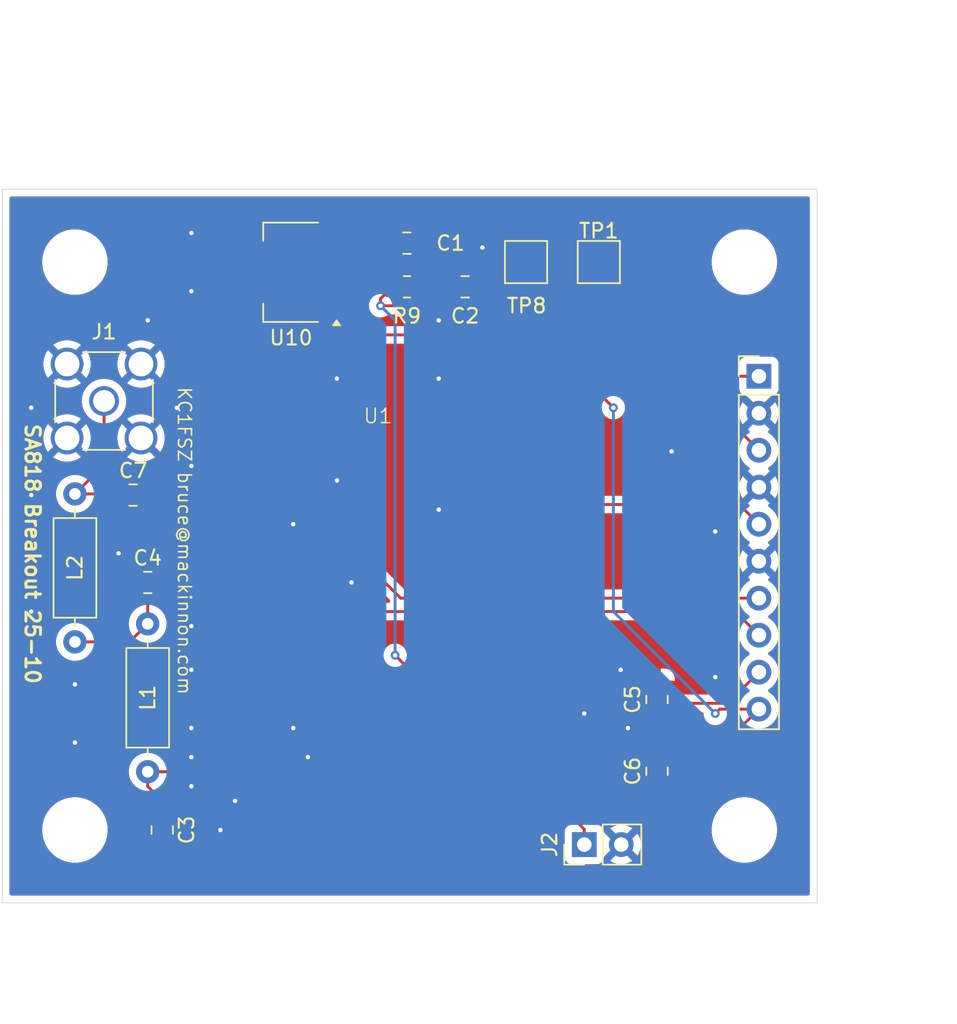
<source format=kicad_pcb>
(kicad_pcb (version 20241229) (generator "pcbnew") (generator_version "9.0")
  (title_block (title "SA818 Breakout") (date "2025-10-07") (rev "1") (company "Bruce MacKinnon KC1FSZ") (comment 1 "Copyright (C) 2025 - NOT FOR COMMERCIAL USE"))
  (layers (0 "F.Cu" signal) (2 "B.Cu" signal) (13 "F.Paste" user) (15 "B.Paste" user) (5 "F.SilkS" user "F.Silkscreen") (7 "B.SilkS" user "B.Silkscreen") (1 "F.Mask" user) (3 "B.Mask" user) (25 "Edge.Cuts" user))
  (net 0 "")
  (net 1 "GND")
  (net 2 "+12V")
  (net 3 "Net-(C2-Pad1)")
  (net 4 "+5V")
  (net 5 "Net-(J1-In)")
  (net 6 "Net-(J2-Pin_1)")
  (net 7 "RXD_3")
  (net 8 "AF_IN")
  (net 9 "PTT_3")
  (net 10 "TXD_3")
  (net 11 "AF_OUT")
  (net 12 "AFSQ_3")
  (net 19 "ANT")
  (net 20 "Net-(C4-Pad1)")
  (footprint "MountingHole:MountingHole_4mm" (layer "F.Cu") (at 108 91)
    (property "Reference" "H1" (hide yes))
    (property "Value" "MountingHole")
    (pad "" np_thru_hole circle (at 0 0) (size 4 4) (drill 4) (layers "*.Cu" "*.Mask"))
  )
  (footprint "MountingHole:MountingHole_4mm" (layer "F.Cu") (at 154 130)
    (property "Reference" "H4" (hide yes))
    (property "Value" "MountingHole")
    (pad "" np_thru_hole circle (at 0 0) (size 4 4) (drill 4) (layers "*.Cu" "*.Mask"))
  )
  (footprint "Package_TO_SOT_SMD:SOT-223-3_TabPin2" (layer "F.Cu") (at 122.85 91.7 180)
    (property "Reference" "U10" (at 0 -4.5 0) (layer "F.SilkS"))
    (property "Value" "NCP1117-5.0_SOT223")
    (fp_line (start 1.91 3.41) (end 1.91 2.15) (stroke (width 0.12)) (layer "F.SilkS"))
    (fp_line (start 1.91 -3.41) (end 1.91 -2.15) (stroke (width 0.12)) (layer "F.SilkS"))
    (fp_line (start -1.85 3.41) (end 1.91 3.41) (stroke (width 0.12)) (layer "F.SilkS"))
    (fp_line (start -1.85 -3.41) (end 1.91 -3.41) (stroke (width 0.12)) (layer "F.SilkS"))
    (fp_poly (pts (xy -3.13 -3.31) (xy -3.37 -3.64) (xy -2.89 -3.64) (xy -3.13 -3.31)) (stroke (width 0.12)) (fill yes) (layer "F.SilkS"))
    (pad "1" smd roundrect (at -3.15 -2.3 180) (size 2 1.5) (layers "F.Cu" "F.Mask" "F.Paste") (net 1 "GND"))
    (pad "2" smd roundrect (at -3.15 0 180) (size 2 1.5) (layers "F.Cu" "F.Mask" "F.Paste") (net 4 "+5V"))
    (pad "2" smd roundrect (at 3.15 0 180) (size 2 3.8) (layers "F.Cu" "F.Mask" "F.Paste") (net 4 "+5V"))
    (pad "3" smd roundrect (at -3.15 2.3 180) (size 2 1.5) (layers "F.Cu" "F.Mask" "F.Paste") (net 2 "+12V"))
  )
  (footprint "Connector_PinHeader_2.54mm:PinHeader_1x10_P2.54mm_Vertical" (layer "F.Cu") (at 155 98.84)
    (property "Reference" "J3" (hide yes))
    (property "Value" "Conn_01x10")
    (fp_line (start -1.38 -1.38) (end 0 -1.38) (stroke (width 0.12)) (layer "F.SilkS"))
    (fp_line (start -1.38 0) (end -1.38 -1.38) (stroke (width 0.12)) (layer "F.SilkS"))
    (fp_line (start -1.38 1.27) (end -1.38 24.24) (stroke (width 0.12)) (layer "F.SilkS"))
    (fp_line (start -1.38 1.27) (end 1.38 1.27) (stroke (width 0.12)) (layer "F.SilkS"))
    (fp_line (start -1.38 24.24) (end 1.38 24.24) (stroke (width 0.12)) (layer "F.SilkS"))
    (fp_line (start 1.38 1.27) (end 1.38 24.24) (stroke (width 0.12)) (layer "F.SilkS"))
    (pad "1" thru_hole rect (at 0 0) (size 1.7 1.7) (drill 1) (layers "*.Cu" "*.Mask") (net 2 "+12V"))
    (pad "2" thru_hole circle (at 0 2.54) (size 1.7 1.7) (drill 1) (layers "*.Cu" "*.Mask") (net 1 "GND"))
    (pad "3" thru_hole circle (at 0 5.08) (size 1.7 1.7) (drill 1) (layers "*.Cu" "*.Mask") (net 8 "AF_IN"))
    (pad "4" thru_hole circle (at 0 7.62) (size 1.7 1.7) (drill 1) (layers "*.Cu" "*.Mask") (net 1 "GND"))
    (pad "5" thru_hole circle (at 0 10.16) (size 1.7 1.7) (drill 1) (layers "*.Cu" "*.Mask") (net 11 "AF_OUT"))
    (pad "6" thru_hole circle (at 0 12.7) (size 1.7 1.7) (drill 1) (layers "*.Cu" "*.Mask") (net 1 "GND"))
    (pad "7" thru_hole circle (at 0 15.24) (size 1.7 1.7) (drill 1) (layers "*.Cu" "*.Mask") (net 10 "TXD_3"))
    (pad "8" thru_hole circle (at 0 17.78) (size 1.7 1.7) (drill 1) (layers "*.Cu" "*.Mask") (net 7 "RXD_3"))
    (pad "9" thru_hole circle (at 0 20.32) (size 1.7 1.7) (drill 1) (layers "*.Cu" "*.Mask") (net 9 "PTT_3"))
    (pad "10" thru_hole circle (at 0 22.86) (size 1.7 1.7) (drill 1) (layers "*.Cu" "*.Mask") (net 12 "AFSQ_3"))
  )
  (footprint "Capacitor_SMD:C_0805_2012Metric_Pad1.18x1.45mm_HandSolder" (layer "F.Cu") (at 130.8125 89.7)
    (property "Reference" "C1" (at 3 0 0) (layer "F.SilkS"))
    (property "Value" "22u")
    (fp_line (start -0.261252 -0.735) (end 0.261252 -0.735) (stroke (width 0.12)) (layer "F.SilkS"))
    (fp_line (start -0.261252 0.735) (end 0.261252 0.735) (stroke (width 0.12)) (layer "F.SilkS"))
    (pad "1" smd roundrect (at -1.0375 0) (size 1.175 1.45) (layers "F.Cu" "F.Mask" "F.Paste") (roundrect_rratio 0.212766) (net 2 "+12V"))
    (pad "2" smd roundrect (at 1.0375 0) (size 1.175 1.45) (layers "F.Cu" "F.Mask" "F.Paste") (roundrect_rratio 0.212766) (net 1 "GND"))
  )
  (footprint "Inductor_THT:L_Axial_L6.6mm_D2.7mm_P10.16mm_Horizontal_Vishay_IM-2" (layer "F.Cu") (at 108 117.08 90)
    (property "Reference" "L2" (at 5.08 0 90) (layer "F.SilkS"))
    (property "Value" "L_Iron")
    (fp_line (start 9.12 0) (end 8.5 0) (stroke (width 0.12)) (layer "F.SilkS"))
    (fp_line (start 1.04 0) (end 1.66 0) (stroke (width 0.12)) (layer "F.SilkS"))
    (fp_rect (start 1.66 -1.47) (end 8.5 1.47) (stroke (width 0.12)) (fill no) (layer "F.SilkS"))
    (pad "1" thru_hole circle (at 0 0 90) (size 1.6 1.6) (drill 0.8) (layers "*.Cu" "*.Mask") (net 20 "Net-(C4-Pad1)"))
    (pad "2" thru_hole circle (at 10.16 0 90) (size 1.6 1.6) (drill 0.8) (layers "*.Cu" "*.Mask") (net 5 "Net-(J1-In)"))
  )
  (footprint "Inductor_THT:L_Axial_L6.6mm_D2.7mm_P10.16mm_Horizontal_Vishay_IM-2" (layer "F.Cu") (at 113 126 90)
    (property "Reference" "L1" (at 5.08 0 90) (layer "F.SilkS"))
    (property "Value" "L_Iron")
    (fp_line (start 9.12 0) (end 8.5 0) (stroke (width 0.12)) (layer "F.SilkS"))
    (fp_line (start 1.04 0) (end 1.66 0) (stroke (width 0.12)) (layer "F.SilkS"))
    (fp_rect (start 1.66 -1.47) (end 8.5 1.47) (stroke (width 0.12)) (fill no) (layer "F.SilkS"))
    (pad "1" thru_hole circle (at 0 0 90) (size 1.6 1.6) (drill 0.8) (layers "*.Cu" "*.Mask") (net 19 "ANT"))
    (pad "2" thru_hole circle (at 10.16 0 90) (size 1.6 1.6) (drill 0.8) (layers "*.Cu" "*.Mask") (net 20 "Net-(C4-Pad1)"))
  )
  (footprint "Capacitor_SMD:C_0805_2012Metric_Pad1.18x1.45mm_HandSolder" (layer "F.Cu") (at 148 125.9625 90)
    (property "Reference" "C6" (at 0 -1.68 90) (layer "F.SilkS"))
    (property "Value" "100n")
    (fp_line (start -0.261252 -0.735) (end 0.261252 -0.735) (stroke (width 0.12)) (layer "F.SilkS"))
    (fp_line (start -0.261252 0.735) (end 0.261252 0.735) (stroke (width 0.12)) (layer "F.SilkS"))
    (pad "1" smd roundrect (at -1.0375 0 90) (size 1.175 1.45) (layers "F.Cu" "F.Mask" "F.Paste") (roundrect_rratio 0.212766) (net 12 "AFSQ_3"))
    (pad "2" smd roundrect (at 1.0375 0 90) (size 1.175 1.45) (layers "F.Cu" "F.Mask" "F.Paste") (roundrect_rratio 0.212766) (net 1 "GND"))
  )
  (footprint "Resistor_SMD:R_0805_2012Metric_Pad1.20x1.40mm_HandSolder" (layer "F.Cu") (at 130.8125 92.7)
    (property "Reference" "R9" (at 0 2 0) (layer "F.SilkS"))
    (property "Value" "4.7")
    (fp_line (start -0.227064 -0.735) (end 0.227064 -0.735) (stroke (width 0.12)) (layer "F.SilkS"))
    (fp_line (start -0.227064 0.735) (end 0.227064 0.735) (stroke (width 0.12)) (layer "F.SilkS"))
    (pad "1" smd roundrect (at -1 0) (size 1.2 1.4) (layers "F.Cu" "F.Mask" "F.Paste") (roundrect_rratio 0.208333) (net 4 "+5V"))
    (pad "2" smd roundrect (at 1 0) (size 1.2 1.4) (layers "F.Cu" "F.Mask" "F.Paste") (roundrect_rratio 0.208333) (net 3 "Net-(C2-Pad1)"))
  )
  (footprint "Capacitor_SMD:C_0805_2012Metric_Pad1.18x1.45mm_HandSolder" (layer "F.Cu") (at 112 107)
    (property "Reference" "C7" (at 0 -1.68 0) (layer "F.SilkS"))
    (property "Value" "C_Small_US")
    (fp_line (start -0.261252 -0.735) (end 0.261252 -0.735) (stroke (width 0.12)) (layer "F.SilkS"))
    (fp_line (start -0.261252 0.735) (end 0.261252 0.735) (stroke (width 0.12)) (layer "F.SilkS"))
    (pad "1" smd roundrect (at -1.0375 0) (size 1.175 1.45) (layers "F.Cu" "F.Mask" "F.Paste") (roundrect_rratio 0.212766) (net 5 "Net-(J1-In)"))
    (pad "2" smd roundrect (at 1.0375 0) (size 1.175 1.45) (layers "F.Cu" "F.Mask" "F.Paste") (roundrect_rratio 0.212766) (net 1 "GND"))
  )
  (footprint "Capacitor_SMD:C_0805_2012Metric_Pad1.18x1.45mm_HandSolder" (layer "F.Cu") (at 114 130 -90)
    (property "Reference" "C3" (at 0 -1.68 90) (layer "F.SilkS"))
    (property "Value" "C_Small_US")
    (fp_line (start -0.261252 0.735) (end 0.261252 0.735) (stroke (width 0.12)) (layer "F.SilkS"))
    (fp_line (start -0.261252 -0.735) (end 0.261252 -0.735) (stroke (width 0.12)) (layer "F.SilkS"))
    (pad "1" smd roundrect (at -1.0375 0 270) (size 1.175 1.45) (layers "F.Cu" "F.Mask" "F.Paste") (roundrect_rratio 0.212766) (net 19 "ANT"))
    (pad "2" smd roundrect (at 1.0375 0 270) (size 1.175 1.45) (layers "F.Cu" "F.Mask" "F.Paste") (roundrect_rratio 0.212766) (net 1 "GND"))
  )
  (footprint "Capacitor_SMD:C_0805_2012Metric_Pad1.18x1.45mm_HandSolder" (layer "F.Cu") (at 148 121.0375 90)
    (property "Reference" "C5" (at 0 -1.68 90) (layer "F.SilkS"))
    (property "Value" "100n")
    (fp_line (start -0.261252 -0.735) (end 0.261252 -0.735) (stroke (width 0.12)) (layer "F.SilkS"))
    (fp_line (start -0.261252 0.735) (end 0.261252 0.735) (stroke (width 0.12)) (layer "F.SilkS"))
    (pad "1" smd roundrect (at -1.0375 0 90) (size 1.175 1.45) (layers "F.Cu" "F.Mask" "F.Paste") (roundrect_rratio 0.212766) (net 9 "PTT_3"))
    (pad "2" smd roundrect (at 1.0375 0 90) (size 1.175 1.45) (layers "F.Cu" "F.Mask" "F.Paste") (roundrect_rratio 0.212766) (net 1 "GND"))
  )
  (footprint "bruce-footprints:SA818" (layer "F.Cu") (at 138.5 98.75)
    (property "Reference" "U1" (at -9.675 2.815 0) (layer "F.SilkS") (effects (font (thickness 0.1))))
    (property "Value" "~")
    (pad "1" smd roundrect (at 0 0) (size 5 1.9) (layers "F.Cu" "F.Mask" "F.Paste") (roundrect_rratio 0.15) (net 12 "AFSQ_3"))
    (pad "2" smd roundrect (at 0 4.45) (size 5 1.9) (layers "F.Cu" "F.Mask" "F.Paste") (roundrect_rratio 0.15))
    (pad "3" smd roundrect (at 0 8.9) (size 5 1.9) (layers "F.Cu" "F.Mask" "F.Paste") (roundrect_rratio 0.15) (net 11 "AF_OUT"))
    (pad "4" smd roundrect (at 0 13.35) (size 5 1.9) (layers "F.Cu" "F.Mask" "F.Paste") (roundrect_rratio 0.15))
    (pad "5" smd roundrect (at 0 17.8) (size 5 1.9) (layers "F.Cu" "F.Mask" "F.Paste") (roundrect_rratio 0.15) (net 9 "PTT_3"))
    (pad "6" smd roundrect (at 0 22.25) (size 5 1.9) (layers "F.Cu" "F.Mask" "F.Paste") (roundrect_rratio 0.15) (net 4 "+5V"))
    (pad "7" smd roundrect (at 0 26.7) (size 5 1.9) (layers "F.Cu" "F.Mask" "F.Paste") (roundrect_rratio 0.15) (net 6 "Net-(J2-Pin_1)"))
    (pad "8" smd roundrect (at -2.54 31.15 90) (size 5 1.9) (layers "F.Cu" "F.Mask" "F.Paste") (roundrect_rratio 0.15) (net 4 "+5V"))
    (pad "9" smd roundrect (at -7.14 31.15 90) (size 5 1.9) (layers "F.Cu" "F.Mask" "F.Paste") (roundrect_rratio 0.15) (net 1 "GND"))
    (pad "10" smd roundrect (at -11.74 31.15 90) (size 5 1.9) (layers "F.Cu" "F.Mask" "F.Paste") (roundrect_rratio 0.15) (net 1 "GND"))
    (pad "11" smd roundrect (at -16.34 31.25 90) (size 5 1.9) (layers "F.Cu" "F.Mask" "F.Paste") (roundrect_rratio 0.15))
    (pad "12" smd roundrect (at -19 26.7) (size 5 1.9) (layers "F.Cu" "F.Mask" "F.Paste") (roundrect_rratio 0.15) (net 19 "ANT"))
    (pad "13" smd roundrect (at -19 22.25) (size 5 1.9) (layers "F.Cu" "F.Mask" "F.Paste") (roundrect_rratio 0.15))
    (pad "14" smd roundrect (at -19 17.8) (size 5 1.9) (layers "F.Cu" "F.Mask" "F.Paste") (roundrect_rratio 0.15))
    (pad "15" smd roundrect (at -19 13.35) (size 5 1.9) (layers "F.Cu" "F.Mask" "F.Paste") (roundrect_rratio 0.15))
    (pad "16" smd roundrect (at -19 8.9) (size 5 1.9) (layers "F.Cu" "F.Mask" "F.Paste") (roundrect_rratio 0.15) (net 7 "RXD_3"))
    (pad "17" smd roundrect (at -19 4.45) (size 5 1.9) (layers "F.Cu" "F.Mask" "F.Paste") (roundrect_rratio 0.15) (net 10 "TXD_3"))
    (pad "18" smd roundrect (at -19 0) (size 5 1.9) (layers "F.Cu" "F.Mask" "F.Paste") (roundrect_rratio 0.15) (net 8 "AF_IN"))
  )
  (footprint "bruce-footprints:SMA_Amphenol_901-144_Vertical" (layer "F.Cu") (at 110 100.54)
    (property "Reference" "J1" (at 0 -4.75 0) (layer "F.SilkS"))
    (property "Value" "Conn_Coaxial")
    (fp_line (start -3.355 -1.45) (end -3.355 1.45) (stroke (width 0.12)) (layer "F.SilkS"))
    (fp_line (start -1.45 -3.355) (end 1.45 -3.355) (stroke (width 0.12)) (layer "F.SilkS"))
    (fp_line (start -1.45 3.355) (end 1.45 3.355) (stroke (width 0.12)) (layer "F.SilkS"))
    (fp_line (start 3.355 -1.45) (end 3.355 1.45) (stroke (width 0.12)) (layer "F.SilkS"))
    (pad "1" thru_hole circle (at 0 0) (size 2.05 2.05) (drill 1.5) (layers "*.Cu" "*.Mask") (net 5 "Net-(J1-In)"))
    (pad "2" thru_hole circle (at -2.54 -2.54) (size 2.25 2.25) (drill 1.7) (layers "*.Cu" "*.Mask") (net 1 "GND"))
    (pad "2" thru_hole circle (at -2.54 2.54) (size 2.25 2.25) (drill 1.7) (layers "*.Cu" "*.Mask") (net 1 "GND"))
    (pad "2" thru_hole circle (at 2.54 -2.54) (size 2.25 2.25) (drill 1.7) (layers "*.Cu" "*.Mask") (net 1 "GND"))
    (pad "2" thru_hole circle (at 2.54 2.54) (size 2.25 2.25) (drill 1.7) (layers "*.Cu" "*.Mask") (net 1 "GND"))
  )
  (footprint "MountingHole:MountingHole_4mm" (layer "F.Cu") (at 108 130)
    (property "Reference" "H3" (hide yes))
    (property "Value" "MountingHole")
    (pad "" np_thru_hole circle (at 0 0) (size 4 4) (drill 4) (layers "*.Cu" "*.Mask"))
  )
  (footprint "MountingHole:MountingHole_4mm" (layer "F.Cu") (at 154 91)
    (property "Reference" "H2" (hide yes))
    (property "Value" "MountingHole")
    (pad "" np_thru_hole circle (at 0 0) (size 4 4) (drill 4) (layers "*.Cu" "*.Mask"))
  )
  (footprint "TestPoint:TestPoint_Pad_2.5x2.5mm" (layer "F.Cu") (at 139 91 180)
    (property "Reference" "TP8" (at -0.0375 -3 0) (layer "F.SilkS"))
    (property "Value" "TestPoint")
    (fp_line (start 1.45 1.45) (end -1.45 1.45) (stroke (width 0.12)) (layer "F.SilkS"))
    (fp_line (start 1.45 -1.45) (end 1.45 1.45) (stroke (width 0.12)) (layer "F.SilkS"))
    (fp_line (start -1.45 1.45) (end -1.45 -1.45) (stroke (width 0.12)) (layer "F.SilkS"))
    (fp_line (start -1.45 -1.45) (end 1.45 -1.45) (stroke (width 0.12)) (layer "F.SilkS"))
    (pad "1" smd rect (at 0 0 180) (size 2.5 2.5) (layers "F.Cu" "F.Mask") (net 4 "+5V"))
  )
  (footprint "Connector_PinHeader_2.54mm:PinHeader_1x02_P2.54mm_Vertical" (layer "F.Cu") (at 143 131 90)
    (property "Reference" "J2" (at 0 -2.38 90) (layer "F.SilkS"))
    (property "Value" "Conn_01x02")
    (fp_line (start -1.38 -1.38) (end 0 -1.38) (stroke (width 0.12)) (layer "F.SilkS"))
    (fp_line (start -1.38 0) (end -1.38 -1.38) (stroke (width 0.12)) (layer "F.SilkS"))
    (fp_line (start 1.38 1.27) (end 1.38 3.92) (stroke (width 0.12)) (layer "F.SilkS"))
    (fp_line (start -1.38 1.27) (end 1.38 1.27) (stroke (width 0.12)) (layer "F.SilkS"))
    (fp_line (start -1.38 1.27) (end -1.38 3.92) (stroke (width 0.12)) (layer "F.SilkS"))
    (fp_line (start -1.38 3.92) (end 1.38 3.92) (stroke (width 0.12)) (layer "F.SilkS"))
    (pad "1" thru_hole rect (at 0 0 90) (size 1.7 1.7) (drill 1) (layers "*.Cu" "*.Mask") (net 6 "Net-(J2-Pin_1)"))
    (pad "2" thru_hole circle (at 0 2.54 90) (size 1.7 1.7) (drill 1) (layers "*.Cu" "*.Mask") (net 1 "GND"))
  )
  (footprint "Capacitor_SMD:C_0805_2012Metric_Pad1.18x1.45mm_HandSolder" (layer "F.Cu") (at 113 113)
    (property "Reference" "C4" (at 0 -1.68 0) (layer "F.SilkS"))
    (property "Value" "C_Small_US")
    (fp_line (start -0.261252 -0.735) (end 0.261252 -0.735) (stroke (width 0.12)) (layer "F.SilkS"))
    (fp_line (start -0.261252 0.735) (end 0.261252 0.735) (stroke (width 0.12)) (layer "F.SilkS"))
    (pad "1" smd roundrect (at -1.0375 0) (size 1.175 1.45) (layers "F.Cu" "F.Mask" "F.Paste") (roundrect_rratio 0.212766) (net 20 "Net-(C4-Pad1)"))
    (pad "2" smd roundrect (at 1.0375 0) (size 1.175 1.45) (layers "F.Cu" "F.Mask" "F.Paste") (roundrect_rratio 0.212766) (net 1 "GND"))
  )
  (footprint "TestPoint:TestPoint_Pad_2.5x2.5mm" (layer "F.Cu") (at 144 91)
    (property "Reference" "TP1" (at 0 -2.148 0) (layer "F.SilkS"))
    (property "Value" "TestPoint")
    (fp_line (start -1.45 -1.45) (end 1.45 -1.45) (stroke (width 0.12)) (layer "F.SilkS"))
    (fp_line (start -1.45 1.45) (end -1.45 -1.45) (stroke (width 0.12)) (layer "F.SilkS"))
    (fp_line (start 1.45 -1.45) (end 1.45 1.45) (stroke (width 0.12)) (layer "F.SilkS"))
    (fp_line (start 1.45 1.45) (end -1.45 1.45) (stroke (width 0.12)) (layer "F.SilkS"))
    (pad "1" smd rect (at 0 0) (size 2.5 2.5) (layers "F.Cu" "F.Mask") (net 1 "GND"))
  )
  (footprint "Capacitor_SMD:C_0805_2012Metric_Pad1.18x1.45mm_HandSolder" (layer "F.Cu") (at 134.8125 92.7)
    (property "Reference" "C2" (at 0 2 0) (layer "F.SilkS"))
    (property "Value" "22u")
    (fp_line (start -0.261252 -0.735) (end 0.261252 -0.735) (stroke (width 0.12)) (layer "F.SilkS"))
    (fp_line (start -0.261252 0.735) (end 0.261252 0.735) (stroke (width 0.12)) (layer "F.SilkS"))
    (pad "1" smd roundrect (at -1.0375 0) (size 1.175 1.45) (layers "F.Cu" "F.Mask" "F.Paste") (roundrect_rratio 0.212766) (net 3 "Net-(C2-Pad1)"))
    (pad "2" smd roundrect (at 1.0375 0) (size 1.175 1.45) (layers "F.Cu" "F.Mask" "F.Paste") (roundrect_rratio 0.212766) (net 1 "GND"))
  )
  (gr_rect (start 103 86) (end 159 135) (stroke (width 0.05)) (fill no) (layer "Edge.Cuts"))
  (gr_text "KC1FSZ bruce@mackinnon.com" (at 115 99.5 270) (layer "F.SilkS") (effects (font (size 0.9 0.9) (thickness 0.1125)) (justify left bottom)))
  (gr_text "SA818 Breakout 25-10" (at 104.5 102 270) (layer "F.SilkS") (effects (font (size 1 1) (thickness 0.2) (bold yes)) (justify left bottom)))
  (via (at 145.5 119) (size 0.6) (drill 0.3) (layers "F.Cu" "B.Cu") (net 1))
  (via (at 116 105) (size 0.6) (drill 0.3) (layers "F.Cu" "B.Cu") (net 1))
  (via (at 133 108) (size 0.6) (drill 0.3) (layers "F.Cu" "B.Cu") (net 1))
  (via (at 116 119) (size 0.6) (drill 0.3) (layers "F.Cu" "B.Cu") (net 1))
  (via (at 105 115) (size 0.6) (drill 0.3) (layers "F.Cu" "B.Cu") (net 1))
  (via (at 105 101) (size 0.6) (drill 0.3) (layers "F.Cu" "B.Cu") (net 1))
  (via (at 108 120) (size 0.6) (drill 0.3) (layers "F.Cu" "B.Cu") (net 1))
  (via (at 126 99) (size 0.6) (drill 0.3) (layers "F.Cu" "B.Cu") (net 1))
  (via (at 136 90) (size 0.6) (drill 0.3) (layers "F.Cu" "B.Cu") (net 1))
  (via (at 118 130) (size 0.6) (drill 0.3) (layers "F.Cu" "B.Cu") (net 1))
  (via (at 113 95) (size 0.6) (drill 0.3) (layers "F.Cu" "B.Cu") (net 1))
  (via (at 111 111) (size 0.6) (drill 0.3) (layers "F.Cu" "B.Cu") (net 1))
  (via (at 152 109.5) (size 0.6) (drill 0.3) (layers "F.Cu" "B.Cu") (net 1))
  (via (at 123 109) (size 0.6) (drill 0.3) (layers "F.Cu" "B.Cu") (net 1))
  (via (at 119 128) (size 0.6) (drill 0.3) (layers "F.Cu" "B.Cu") (net 1))
  (via (at 133 99) (size 0.6) (drill 0.3) (layers "F.Cu" "B.Cu") (net 1))
  (via (at 149 104) (size 0.6) (drill 0.3) (layers "F.Cu" "B.Cu") (net 1))
  (via (at 116 116) (size 0.6) (drill 0.3) (layers "F.Cu" "B.Cu") (net 1))
  (via (at 116 123) (size 0.6) (drill 0.3) (layers "F.Cu" "B.Cu") (net 1))
  (via (at 115 101) (size 0.6) (drill 0.3) (layers "F.Cu" "B.Cu") (net 1))
  (via (at 126 106) (size 0.6) (drill 0.3) (layers "F.Cu" "B.Cu") (net 1))
  (via (at 127 113) (size 0.6) (drill 0.3) (layers "F.Cu" "B.Cu") (net 1))
  (via (at 123 123) (size 0.6) (drill 0.3) (layers "F.Cu" "B.Cu") (net 1))
  (via (at 116 89) (size 0.6) (drill 0.3) (layers "F.Cu" "B.Cu") (net 1))
  (via (at 124 125) (size 0.6) (drill 0.3) (layers "F.Cu" "B.Cu") (net 1))
  (via (at 105 107) (size 0.6) (drill 0.3) (layers "F.Cu" "B.Cu") (net 1))
  (via (at 143 122) (size 0.6) (drill 0.3) (layers "F.Cu" "B.Cu") (net 1))
  (via (at 116 125) (size 0.6) (drill 0.3) (layers "F.Cu" "B.Cu") (net 1))
  (via (at 146 123) (size 0.6) (drill 0.3) (layers "F.Cu" "B.Cu") (net 1))
  (via (at 116 93) (size 0.6) (drill 0.3) (layers "F.Cu" "B.Cu") (net 1))
  (via (at 133 95) (size 0.6) (drill 0.3) (layers "F.Cu" "B.Cu") (net 1))
  (via (at 152 119.5) (size 0.6) (drill 0.3) (layers "F.Cu" "B.Cu") (net 1))
  (via (at 116 127) (size 0.6) (drill 0.3) (layers "F.Cu" "B.Cu") (net 1))
  (via (at 108 124) (size 0.6) (drill 0.3) (layers "F.Cu" "B.Cu") (net 1))
  (segment (start 148 96) (end 148 88) (width 0.2) (layer "F.Cu") (net 2))
  (segment (start 131.475 88) (end 129.775 89.7) (width 0.2) (layer "F.Cu") (net 2))
  (segment (start 148 88) (end 131.475 88) (width 0.2) (layer "F.Cu") (net 2))
  (segment (start 129.475 89.4) (end 129.775 89.7) (width 0.2) (layer "F.Cu") (net 2))
  (segment (start 155 98.84) (end 150.84 98.84) (width 0.2) (layer "F.Cu") (net 2))
  (segment (start 126 89.4) (end 129.475 89.4) (width 0.2) (layer "F.Cu") (net 2))
  (segment (start 150.84 98.84) (end 148 96) (width 0.2) (layer "F.Cu") (net 2))
  (segment (start 131.8125 92.7) (end 133.775 92.7) (width 0.2) (layer "F.Cu") (net 3))
  (segment (start 135.96 129.9) (end 135.01 128.95) (width 0.2) (layer "F.Cu") (net 4))
  (segment (start 138.5 121) (end 138.25 121.25) (width 0.2) (layer "F.Cu") (net 4))
  (segment (start 119.7 91.7) (end 126 91.7) (width 0.2) (layer "F.Cu") (net 4))
  (segment (start 129 93.5125) (end 129.8125 92.7) (width 0.2) (layer "F.Cu") (net 4))
  (segment (start 135.01 128.95) (end 135.01 124.49) (width 0.2) (layer "F.Cu") (net 4))
  (segment (start 137.45 94) (end 139 92.45) (width 0.2) (layer "F.Cu") (net 4))
  (segment (start 129 94) (end 129 93.5125) (width 0.2) (layer "F.Cu") (net 4))
  (segment (start 139 92.45) (end 139 91) (width 0.2) (layer "F.Cu") (net 4))
  (segment (start 133.25 121.25) (end 130 118) (width 0.2) (layer "F.Cu") (net 4))
  (segment (start 129 94) (end 137.45 94) (width 0.2) (layer "F.Cu") (net 4))
  (segment (start 135.01 124.49) (end 138.5 121) (width 0.2) (layer "F.Cu") (net 4))
  (segment (start 138.25 121.25) (end 133.25 121.25) (width 0.2) (layer "F.Cu") (net 4))
  (segment (start 128.8125 91.7) (end 129.8125 92.7) (width 0.2) (layer "F.Cu") (net 4))
  (segment (start 126 91.7) (end 128.8125 91.7) (width 0.2) (layer "F.Cu") (net 4))
  (via (at 130 118) (size 0.6) (drill 0.3) (layers "F.Cu" "B.Cu") (net 4))
  (via (at 129 94) (size 0.6) (drill 0.3) (layers "F.Cu" "B.Cu") (net 4))
  (segment (start 130 95) (end 129 94) (width 0.2) (layer "B.Cu") (net 4))
  (segment (start 130 118) (end 130 95) (width 0.2) (layer "B.Cu") (net 4))
  (segment (start 108 106.92) (end 110.8825 106.92) (width 0.2) (layer "F.Cu") (net 5))
  (segment (start 110 104.92) (end 110 100.54) (width 0.2) (layer "F.Cu") (net 5))
  (segment (start 108 106.92) (end 110 104.92) (width 0.2) (layer "F.Cu") (net 5))
  (segment (start 110.8825 106.92) (end 110.9625 107) (width 0.2) (layer "F.Cu") (net 5))
  (segment (start 138.5 125.45) (end 143 129.95) (width 0.2) (layer "F.Cu") (net 6))
  (segment (start 143 129.95) (end 143 131) (width 0.2) (layer "F.Cu") (net 6))
  (segment (start 153.38 115) (end 155 116.62) (width 0.2) (layer "F.Cu") (net 7))
  (segment (start 126.85 115) (end 153.38 115) (width 0.2) (layer "F.Cu") (net 7))
  (segment (start 119.5 107.65) (end 126.85 115) (width 0.2) (layer "F.Cu") (net 7))
  (segment (start 122.25 96) (end 147.08 96) (width 0.2) (layer "F.Cu") (net 8))
  (segment (start 119.5 98.75) (end 122.25 96) (width 0.2) (layer "F.Cu") (net 8))
  (segment (start 147.08 96) (end 155 103.92) (width 0.2) (layer "F.Cu") (net 8))
  (segment (start 144.025 122.075) (end 148 122.075) (width 0.2) (layer "F.Cu") (net 9))
  (segment (start 152.861 121.299) (end 155 119.16) (width 0.2) (layer "F.Cu") (net 9))
  (segment (start 148 122.075) (end 148.776 121.299) (width 0.2) (layer "F.Cu") (net 9))
  (segment (start 138.5 116.55) (end 144.025 122.075) (width 0.2) (layer "F.Cu") (net 9))
  (segment (start 148.776 121.299) (end 152.861 121.299) (width 0.2) (layer "F.Cu") (net 9))
  (segment (start 119.5 103.2) (end 130.38 114.08) (width 0.2) (layer "F.Cu") (net 10))
  (segment (start 130.38 114.08) (end 155 114.08) (width 0.2) (layer "F.Cu") (net 10))
  (segment (start 138.5 107.65) (end 153.65 107.65) (width 0.2) (layer "F.Cu") (net 11))
  (segment (start 153.65 107.65) (end 155 109) (width 0.2) (layer "F.Cu") (net 11))
  (segment (start 155 121.7) (end 152.3 121.7) (width 0.2) (layer "F.Cu") (net 12))
  (segment (start 148 127) (end 149.7 127) (width 0.2) (layer "F.Cu") (net 12))
  (segment (start 145 101) (end 142.75 98.75) (width 0.2) (layer "F.Cu") (net 12))
  (segment (start 152.3 121.7) (end 152 122) (width 0.2) (layer "F.Cu") (net 12))
  (segment (start 149.7 127) (end 155 121.7) (width 0.2) (layer "F.Cu") (net 12))
  (segment (start 142.75 98.75) (end 138.5 98.75) (width 0.2) (layer "F.Cu") (net 12))
  (via (at 145 101) (size 0.6) (drill 0.3) (layers "F.Cu" "B.Cu") (net 12))
  (via (at 152 122) (size 0.6) (drill 0.3) (layers "F.Cu" "B.Cu") (net 12))
  (segment (start 152 122) (end 145 115) (width 0.2) (layer "B.Cu") (net 12))
  (segment (start 145 115) (end 145 101) (width 0.2) (layer "B.Cu") (net 12))
  (segment (start 113 126) (end 118.95 126) (width 0.2) (layer "F.Cu") (net 19))
  (segment (start 118.95 126) (end 119.5 125.45) (width 0.2) (layer "F.Cu") (net 19))
  (segment (start 113 126) (end 113 127) (width 0.2) (layer "F.Cu") (net 19))
  (segment (start 113 127) (end 114 128) (width 0.2) (layer "F.Cu") (net 19))
  (segment (start 114 128) (end 114 128.9625) (width 0.2) (layer "F.Cu") (net 19))
  (segment (start 113 114.0375) (end 111.9625 113) (width 0.2) (layer "F.Cu") (net 20))
  (segment (start 113 115.84) (end 113 114.0375) (width 0.2) (layer "F.Cu") (net 20))
  (segment (start 108 117.08) (end 111.76 117.08) (width 0.2) (layer "F.Cu") (net 20))
  (segment (start 111.76 117.08) (end 113 115.84) (width 0.2) (layer "F.Cu") (net 20))
  (zone (net 1) (net_name "GND") (layer "F.Cu") (connect_pads (clearance 0.5)) (min_thickness 0.25) (fill yes (thermal_gap 0.5) (thermal_bridge_width 0.5))
    (polygon (pts (xy 103 86) (xy 103 135) (xy 159 135) (xy 159 86)))
  )
  (zone (net 1) (net_name "GND") (layer "B.Cu") (priority 1) (connect_pads (clearance 0.5)) (min_thickness 0.25) (fill yes (thermal_gap 0.5) (thermal_bridge_width 0.5))
    (polygon (pts (xy 103 86) (xy 103 135) (xy 159 135) (xy 159 86)))
  )
)
</source>
